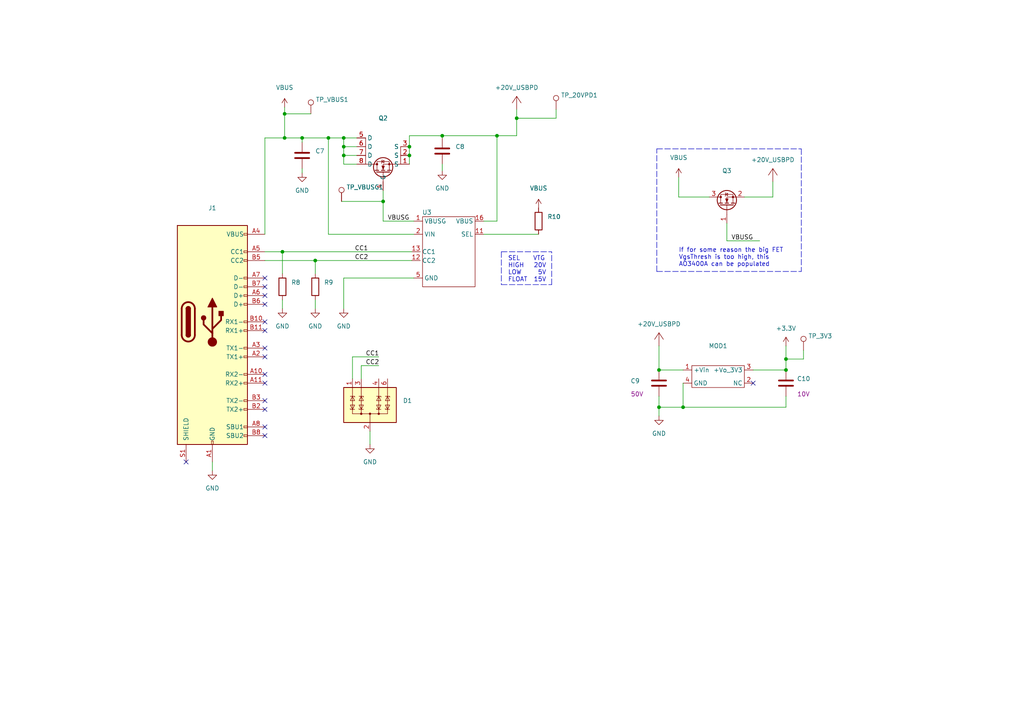
<source format=kicad_sch>
(kicad_sch (version 20211123) (generator eeschema)
  (paper "A4")
  (lib_symbols
    (symbol "Connector:TestPoint" (pin_numbers hide) (pin_names (offset 0.762) hide)
      (property "Reference" "TP" (at 0 6.858 0))
      (property "Value" "TestPoint" (at 0 5.08 0))
      (symbol "TestPoint_0_1"
        (circle (center 0 3.302) (radius 0.762))
      )
      (symbol "TestPoint_1_1"
        (pin passive line (at 0 0 90) (length 2.54) (name "1") (number "1"))
      )
    )
    (symbol "Connector:USB_C_Receptacle" (pin_names (offset 1.016))
      (property "Reference" "J" (at -10.16 29.21 0))
      (property "Value" "USB_C_Receptacle" (at 10.16 29.21 0))
      (symbol "USB_C_Receptacle_0_0"
        (rectangle (start -0.254 -35.56) (end 0.254 -34.544))
        (rectangle (start 10.16 -32.766) (end 9.144 -33.274))
        (rectangle (start 10.16 -30.226) (end 9.144 -30.734))
        (rectangle (start 10.16 -25.146) (end 9.144 -25.654))
        (rectangle (start 10.16 -22.606) (end 9.144 -23.114))
        (rectangle (start 10.16 -17.526) (end 9.144 -18.034))
        (rectangle (start 10.16 -14.986) (end 9.144 -15.494))
        (rectangle (start 10.16 -9.906) (end 9.144 -10.414))
        (rectangle (start 10.16 -7.366) (end 9.144 -7.874))
        (rectangle (start 10.16 -2.286) (end 9.144 -2.794))
        (rectangle (start 10.16 0.254) (end 9.144 -0.254))
        (rectangle (start 10.16 5.334) (end 9.144 4.826))
        (rectangle (start 10.16 7.874) (end 9.144 7.366))
        (rectangle (start 10.16 10.414) (end 9.144 9.906))
        (rectangle (start 10.16 12.954) (end 9.144 12.446))
        (rectangle (start 10.16 18.034) (end 9.144 17.526))
        (rectangle (start 10.16 20.574) (end 9.144 20.066))
        (rectangle (start 10.16 25.654) (end 9.144 25.146))
      )
      (symbol "USB_C_Receptacle_0_1"
        (rectangle (start -10.16 27.94) (end 10.16 -35.56) (stroke (width 0.254)) (fill (type background)))
        (arc (start -8.89 -3.81) (mid -6.985 -5.715) (end -5.08 -3.81) (stroke (width 0.508)))
        (arc (start -7.62 -3.81) (mid -6.985 -4.445) (end -6.35 -3.81) (stroke (width 0.254)))
        (arc (start -7.62 -3.81) (mid -6.985 -4.445) (end -6.35 -3.81) (stroke (width 0.254)) (fill (type outline)))
        (rectangle (start -7.62 -3.81) (end -6.35 3.81) (stroke (width 0.254)) (fill (type outline)))
        (arc (start -6.35 3.81) (mid -6.985 4.445) (end -7.62 3.81) (stroke (width 0.254)))
        (arc (start -6.35 3.81) (mid -6.985 4.445) (end -7.62 3.81) (stroke (width 0.254)) (fill (type outline)))
        (arc (start -5.08 3.81) (mid -6.985 5.715) (end -8.89 3.81) (stroke (width 0.508)))
        (polyline (pts (xy -8.89 -3.81) (xy -8.89 3.81)) (stroke (width 0.508)))
        (polyline (pts (xy -5.08 3.81) (xy -5.08 -3.81)) (stroke (width 0.508)))
      )
      (symbol "USB_C_Receptacle_1_1"
        (circle (center -2.54 1.143) (radius 0.635) (stroke (width 0.254)) (fill (type outline)))
        (circle (center 0 -5.842) (radius 1.27) (fill (type outline)))
        (polyline (pts (xy 0 -5.842) (xy 0 4.318)) (stroke (width 0.508)))
        (polyline (pts (xy 0 -3.302) (xy -2.54 -0.762) (xy -2.54 0.508)) (stroke (width 0.508)))
        (polyline (pts (xy 0 -2.032) (xy 2.54 0.508) (xy 2.54 1.778)) (stroke (width 0.508)))
        (polyline (pts (xy -1.27 4.318) (xy 0 6.858) (xy 1.27 4.318) (xy -1.27 4.318)) (stroke (width 0.254)) (fill (type outline)))
        (rectangle (start 1.905 1.778) (end 3.175 3.048) (stroke (width 0.254)) (fill (type outline)))
        (pin passive line (at 0 -40.64 90) (length 5.08) (name "GND") (number "A1"))
        (pin bidirectional line (at 15.24 -15.24 180) (length 5.08) (name "RX2-") (number "A10"))
        (pin bidirectional line (at 15.24 -17.78 180) (length 5.08) (name "RX2+") (number "A11"))
        (pin passive line (at 0 -40.64 90) (length 5.08) hide (name "GND") (number "A12"))
        (pin bidirectional line (at 15.24 -10.16 180) (length 5.08) (name "TX1+") (number "A2"))
        (pin bidirectional line (at 15.24 -7.62 180) (length 5.08) (name "TX1-") (number "A3"))
        (pin passive line (at 15.24 25.4 180) (length 5.08) (name "VBUS") (number "A4"))
        (pin bidirectional line (at 15.24 20.32 180) (length 5.08) (name "CC1") (number "A5"))
        (pin bidirectional line (at 15.24 7.62 180) (length 5.08) (name "D+") (number "A6"))
        (pin bidirectional line (at 15.24 12.7 180) (length 5.08) (name "D-") (number "A7"))
        (pin bidirectional line (at 15.24 -30.48 180) (length 5.08) (name "SBU1") (number "A8"))
        (pin passive line (at 15.24 25.4 180) (length 5.08) hide (name "VBUS") (number "A9"))
        (pin passive line (at 0 -40.64 90) (length 5.08) hide (name "GND") (number "B1"))
        (pin bidirectional line (at 15.24 0 180) (length 5.08) (name "RX1-") (number "B10"))
        (pin bidirectional line (at 15.24 -2.54 180) (length 5.08) (name "RX1+") (number "B11"))
        (pin passive line (at 0 -40.64 90) (length 5.08) hide (name "GND") (number "B12"))
        (pin bidirectional line (at 15.24 -25.4 180) (length 5.08) (name "TX2+") (number "B2"))
        (pin bidirectional line (at 15.24 -22.86 180) (length 5.08) (name "TX2-") (number "B3"))
        (pin passive line (at 15.24 25.4 180) (length 5.08) hide (name "VBUS") (number "B4"))
        (pin bidirectional line (at 15.24 17.78 180) (length 5.08) (name "CC2") (number "B5"))
        (pin bidirectional line (at 15.24 5.08 180) (length 5.08) (name "D+") (number "B6"))
        (pin bidirectional line (at 15.24 10.16 180) (length 5.08) (name "D-") (number "B7"))
        (pin bidirectional line (at 15.24 -33.02 180) (length 5.08) (name "SBU2") (number "B8"))
        (pin passive line (at 15.24 25.4 180) (length 5.08) hide (name "VBUS") (number "B9"))
        (pin passive line (at -7.62 -40.64 90) (length 5.08) (name "SHIELD") (number "S1"))
      )
    )
    (symbol "Device:C" (pin_numbers hide) (pin_names (offset 0.254))
      (property "Reference" "C" (at 0.635 2.54 0))
      (property "Value" "C" (at 0.635 -2.54 0))
      (symbol "C_0_1"
        (polyline (pts (xy -2.032 -0.762) (xy 2.032 -0.762)) (stroke (width 0.508)))
        (polyline (pts (xy -2.032 0.762) (xy 2.032 0.762)) (stroke (width 0.508)))
      )
      (symbol "C_1_1"
        (pin passive line (at 0 3.81 270) (length 2.794) (name "~") (number "1"))
        (pin passive line (at 0 -3.81 90) (length 2.794) (name "~") (number "2"))
      )
    )
    (symbol "Device:R" (pin_numbers hide) (pin_names (offset 0))
      (property "Reference" "R" (at 2.032 0 90))
      (property "Value" "R" (at 0 0 90))
      (symbol "R_0_1"
        (rectangle (start -1.016 -2.54) (end 1.016 2.54) (stroke (width 0.254)))
      )
      (symbol "R_1_1"
        (pin passive line (at 0 3.81 270) (length 1.27) (name "~") (number "1"))
        (pin passive line (at 0 -3.81 90) (length 1.27) (name "~") (number "2"))
      )
    )
    (symbol "GND_1" (power) (pin_names (offset 0))
      (property "Value" "GND_1" (at 0 -3.81 0))
      (symbol "GND_1_0_1"
        (polyline (pts (xy 0 0) (xy 0 -1.27) (xy 1.27 -1.27) (xy 0 -2.54) (xy -1.27 -1.27) (xy 0 -1.27)))
      )
      (symbol "GND_1_1_1"
        (pin power_in line (at 0 0 270) (length 0) hide (name "GND") (number "1"))
      )
    )
    (symbol "GND_2" (power) (pin_names (offset 0))
      (property "Value" "GND_2" (at 0 -3.81 0))
      (symbol "GND_2_0_1"
        (polyline (pts (xy 0 0) (xy 0 -1.27) (xy 1.27 -1.27) (xy 0 -2.54) (xy -1.27 -1.27) (xy 0 -1.27)))
      )
      (symbol "GND_2_1_1"
        (pin power_in line (at 0 0 270) (length 0) hide (name "GND") (number "1"))
      )
    )
    (symbol "GND_3" (power) (pin_names (offset 0))
      (property "Value" "GND_3" (at 0 -3.81 0))
      (symbol "GND_3_0_1"
        (polyline (pts (xy 0 0) (xy 0 -1.27) (xy 1.27 -1.27) (xy 0 -2.54) (xy -1.27 -1.27) (xy 0 -1.27)))
      )
      (symbol "GND_3_1_1"
        (pin power_in line (at 0 0 270) (length 0) hide (name "GND") (number "1"))
      )
    )
    (symbol "GND_4" (power) (pin_names (offset 0))
      (property "Value" "GND_4" (at 0 -3.81 0))
      (symbol "GND_4_0_1"
        (polyline (pts (xy 0 0) (xy 0 -1.27) (xy 1.27 -1.27) (xy 0 -2.54) (xy -1.27 -1.27) (xy 0 -1.27)))
      )
      (symbol "GND_4_1_1"
        (pin power_in line (at 0 0 270) (length 0) hide (name "GND") (number "1"))
      )
    )
    (symbol "GND_5" (power) (pin_names (offset 0))
      (property "Value" "GND_5" (at 0 -3.81 0))
      (symbol "GND_5_0_1"
        (polyline (pts (xy 0 0) (xy 0 -1.27) (xy 1.27 -1.27) (xy 0 -2.54) (xy -1.27 -1.27) (xy 0 -1.27)))
      )
      (symbol "GND_5_1_1"
        (pin power_in line (at 0 0 270) (length 0) hide (name "GND") (number "1"))
      )
    )
    (symbol "GND_6" (power) (pin_names (offset 0))
      (property "Value" "GND_6" (at 0 -3.81 0))
      (symbol "GND_6_0_1"
        (polyline (pts (xy 0 0) (xy 0 -1.27) (xy 1.27 -1.27) (xy 0 -2.54) (xy -1.27 -1.27) (xy 0 -1.27)))
      )
      (symbol "GND_6_1_1"
        (pin power_in line (at 0 0 270) (length 0) hide (name "GND") (number "1"))
      )
    )
    (symbol "GND_7" (power) (pin_names (offset 0))
      (property "Value" "GND_7" (at 0 -3.81 0))
      (symbol "GND_7_0_1"
        (polyline (pts (xy 0 0) (xy 0 -1.27) (xy 1.27 -1.27) (xy 0 -2.54) (xy -1.27 -1.27) (xy 0 -1.27)))
      )
      (symbol "GND_7_1_1"
        (pin power_in line (at 0 0 270) (length 0) hide (name "GND") (number "1"))
      )
    )
    (symbol "PDHV_sym:+20V_USBPD" (power) (in_bom no) (on_board no)
      (property "Value" "+20V_USBPD" (at 0 5.08 0))
      (symbol "+20V_USBPD_0_1"
        (polyline (pts (xy 0 0) (xy 0 3.81)))
        (polyline (pts (xy 0 3.81) (xy -1.27 1.905)))
        (polyline (pts (xy 0 3.81) (xy 1.27 1.905)))
      )
      (symbol "+20V_USBPD_1_1"
        (pin power_in line (at 0 0 90) (length 2.54) hide (name "+20V_USBPD") (number "1"))
      )
    )
    (symbol "PDHV_sym:AON7410"
      (property "Reference" "Q" (at -6.35 5.08 0))
      (property "Value" "AON7410" (at -6.35 7.62 0))
      (symbol "AON7410_0_0"
        (pin passive line (at -6.35 0 0) (length 2.54) (name "G") (number "4"))
        (pin passive line (at 8.89 7.62 270) (length 2.54) (name "D") (number "5"))
        (pin passive line (at 6.35 7.62 270) (length 2.54) (name "D") (number "6"))
        (pin passive line (at 3.81 7.62 270) (length 2.54) (name "D") (number "7"))
        (pin passive line (at 1.27 7.62 270) (length 2.54) (name "D") (number "8"))
      )
      (symbol "AON7410_0_1"
        (polyline (pts (xy -1.016 0) (xy -3.81 0)))
        (polyline (pts (xy -1.016 1.905) (xy -1.016 -1.905)) (stroke (width 0.254)))
        (polyline (pts (xy -0.508 -1.27) (xy -0.508 -2.286)) (stroke (width 0.254)))
        (polyline (pts (xy -0.508 0.508) (xy -0.508 -0.508)) (stroke (width 0.254)))
        (polyline (pts (xy -0.508 2.286) (xy -0.508 1.27)) (stroke (width 0.254)))
        (polyline (pts (xy 1.27 2.54) (xy 1.27 1.778)))
        (polyline (pts (xy 1.27 -2.54) (xy 1.27 0) (xy -0.508 0)))
        (polyline (pts (xy 6.35 -5.08) (xy 1.27 -5.08) (xy 1.27 -2.54)))
        (polyline (pts (xy 8.89 5.08) (xy 1.27 5.08) (xy 1.27 2.54)))
        (polyline (pts (xy -0.508 -1.778) (xy 2.032 -1.778) (xy 2.032 1.778) (xy -0.508 1.778)))
        (polyline (pts (xy -0.254 0) (xy 0.762 0.381) (xy 0.762 -0.381) (xy -0.254 0)) (fill (type outline)))
        (polyline (pts (xy 1.524 0.508) (xy 1.651 0.381) (xy 2.413 0.381) (xy 2.54 0.254)))
        (polyline (pts (xy 2.032 0.381) (xy 1.651 -0.254) (xy 2.413 -0.254) (xy 2.032 0.381)))
        (circle (center 0.381 0) (radius 2.794) (stroke (width 0.254)))
        (circle (center 1.27 -1.778) (radius 0.254) (fill (type outline)))
        (circle (center 1.27 1.778) (radius 0.254) (fill (type outline)))
      )
      (symbol "AON7410_1_1"
        (pin passive line (at 1.27 -7.62 90) (length 2.54) (name "S") (number "1"))
        (pin input line (at 3.81 -7.62 90) (length 2.54) (name "S") (number "2"))
        (pin passive line (at 6.35 -7.62 90) (length 2.54) (name "S") (number "3"))
      )
    )
    (symbol "PDHV_sym:IP2721"
      (property "Reference" "U" (at -7.62 2.54 0))
      (property "Value" "IP2721" (at 0 2.54 0))
      (symbol "IP2721_0_0"
        (pin unspecified line (at -11.43 0 0) (length 2.54) (name "VBUSG") (number "1"))
        (pin unspecified line (at 8.89 -3.81 180) (length 2.54) (name "SEL") (number "11"))
        (pin unspecified line (at -12.065 -11.43 0) (length 2.54) (name "CC2") (number "12"))
        (pin unspecified line (at -12.065 -8.89 0) (length 2.54) (name "CC1") (number "13"))
        (pin unspecified line (at 8.89 0 180) (length 2.54) (name "VBUS") (number "16"))
        (pin unspecified line (at -11.43 -3.81 0) (length 2.54) (name "VIN") (number "2"))
        (pin unspecified line (at -11.43 -16.51 0) (length 2.54) (name "GND") (number "5"))
      )
      (symbol "IP2721_0_1"
        (rectangle (start -8.89 1.27) (end 6.35 -19.05))
      )
    )
    (symbol "PDHV_sym:K7803JT-500R3-LB"
      (property "Reference" "MOD" (at -5.08 1.27 0))
      (property "Value" "K7803JT-500R3-LB" (at 0 3.81 0))
      (symbol "K7803JT-500R3-LB_0_0"
        (pin unspecified line (at -10.16 -1.27 0) (length 2.54) (name "+Vin") (number "1"))
        (pin unspecified line (at 10.16 -5.08 180) (length 2.54) (name "NC") (number "2"))
        (pin unspecified line (at 10.16 -1.27 180) (length 2.54) (name "+Vo_3V3") (number "3"))
        (pin unspecified line (at -10.16 -5.08 0) (length 2.54) (name "GND") (number "4"))
      )
      (symbol "K7803JT-500R3-LB_0_1"
        (rectangle (start -7.62 0) (end 7.62 -6.35))
      )
    )
    (symbol "Power_Protection:ESDA6V1BC6" (pin_names hide)
      (property "Reference" "D" (at -2.54 -6.35 0))
      (property "Value" "ESDA6V1BC6" (at 1.27 -6.35 0))
      (symbol "ESDA6V1BC6_0_0"
        (pin passive line (at 0 -7.62 90) (length 2.54) (name "COM") (number "2"))
      )
      (symbol "ESDA6V1BC6_0_1"
        (rectangle (start -7.62 5.08) (end 7.62 -5.08) (stroke (width 0.254)) (fill (type background)))
        (circle (center -2.54 -2.54) (radius 0.254) (fill (type outline)))
        (circle (center 0 -2.54) (radius 0.254) (fill (type outline)))
        (polyline (pts (xy -5.08 -2.54) (xy -5.08 -1.27)))
        (polyline (pts (xy -5.08 -2.54) (xy 5.08 -2.54)))
        (polyline (pts (xy -5.08 2.54) (xy -5.08 -1.27)))
        (polyline (pts (xy -5.08 5.08) (xy -5.08 2.54)))
        (polyline (pts (xy -2.54 -2.54) (xy -2.54 -1.27)))
        (polyline (pts (xy -2.54 2.54) (xy -2.54 -1.27)))
        (polyline (pts (xy -2.54 5.08) (xy -2.54 2.54)))
        (polyline (pts (xy 0 -2.54) (xy 0 -5.08)))
        (polyline (pts (xy 2.54 -2.54) (xy 2.54 -1.27)))
        (polyline (pts (xy 2.54 2.54) (xy 2.54 -1.27)))
        (polyline (pts (xy 2.54 5.08) (xy 2.54 2.54)))
        (polyline (pts (xy 5.08 -2.54) (xy 5.08 -1.27)))
        (polyline (pts (xy 5.08 2.54) (xy 5.08 -1.27)))
        (polyline (pts (xy 5.08 5.08) (xy 5.08 2.54)))
        (polyline (pts (xy -5.715 -1.016) (xy -5.715 -1.27) (xy -4.445 -1.27)))
        (polyline (pts (xy -5.715 2.54) (xy -4.445 2.54) (xy -4.445 2.286)))
        (polyline (pts (xy -3.175 -1.016) (xy -3.175 -1.27) (xy -1.905 -1.27)))
        (polyline (pts (xy -3.175 2.54) (xy -1.905 2.54) (xy -1.905 2.286)))
        (polyline (pts (xy 1.905 -1.016) (xy 1.905 -1.27) (xy 3.175 -1.27)))
        (polyline (pts (xy 1.905 2.54) (xy 3.175 2.54) (xy 3.175 2.286)))
        (polyline (pts (xy 4.445 -1.016) (xy 4.445 -1.27) (xy 5.715 -1.27)))
        (polyline (pts (xy 4.445 2.54) (xy 5.715 2.54) (xy 5.715 2.286)))
        (polyline (pts (xy -5.08 -1.27) (xy -5.715 0) (xy -4.445 0) (xy -5.08 -1.27)))
        (polyline (pts (xy -5.08 2.54) (xy -4.445 1.27) (xy -5.715 1.27) (xy -5.08 2.54)))
        (polyline (pts (xy -2.54 -1.27) (xy -3.175 0) (xy -1.905 0) (xy -2.54 -1.27)))
        (polyline (pts (xy -2.54 2.54) (xy -1.905 1.27) (xy -3.175 1.27) (xy -2.54 2.54)))
        (polyline (pts (xy 2.54 -1.27) (xy 1.905 0) (xy 3.175 0) (xy 2.54 -1.27)))
        (polyline (pts (xy 2.54 2.54) (xy 3.175 1.27) (xy 1.905 1.27) (xy 2.54 2.54)))
        (polyline (pts (xy 5.08 -1.27) (xy 4.445 0) (xy 5.715 0) (xy 5.08 -1.27)))
        (polyline (pts (xy 5.08 2.54) (xy 5.715 1.27) (xy 4.445 1.27) (xy 5.08 2.54)))
        (circle (center 2.54 -2.54) (radius 0.254) (fill (type outline)))
      )
      (symbol "ESDA6V1BC6_1_1"
        (pin passive line (at -5.08 7.62 270) (length 2.54) (name "TVS1") (number "1"))
        (pin passive line (at -2.54 7.62 270) (length 2.54) (name "TVS2") (number "3"))
        (pin passive line (at 2.54 7.62 270) (length 2.54) (name "TVS3") (number "4"))
        (pin passive line (at 0 -7.62 90) (length 2.54) hide (name "COM") (number "5"))
        (pin passive line (at 5.08 7.62 270) (length 2.54) (name "TVS4") (number "6"))
      )
    )
    (symbol "Transistor_FET:AO3400A" (pin_names hide)
      (property "Reference" "Q" (at 5.08 1.905 0))
      (property "Value" "AO3400A" (at 5.08 0 0))
      (symbol "AO3400A_0_1"
        (polyline (pts (xy 0.254 0) (xy -2.54 0)))
        (polyline (pts (xy 0.254 1.905) (xy 0.254 -1.905)) (stroke (width 0.254)))
        (polyline (pts (xy 0.762 -1.27) (xy 0.762 -2.286)) (stroke (width 0.254)))
        (polyline (pts (xy 0.762 0.508) (xy 0.762 -0.508)) (stroke (width 0.254)))
        (polyline (pts (xy 0.762 2.286) (xy 0.762 1.27)) (stroke (width 0.254)))
        (polyline (pts (xy 2.54 2.54) (xy 2.54 1.778)))
        (polyline (pts (xy 2.54 -2.54) (xy 2.54 0) (xy 0.762 0)))
        (polyline (pts (xy 0.762 -1.778) (xy 3.302 -1.778) (xy 3.302 1.778) (xy 0.762 1.778)))
        (polyline (pts (xy 1.016 0) (xy 2.032 0.381) (xy 2.032 -0.381) (xy 1.016 0)) (fill (type outline)))
        (polyline (pts (xy 2.794 0.508) (xy 2.921 0.381) (xy 3.683 0.381) (xy 3.81 0.254)))
        (polyline (pts (xy 3.302 0.381) (xy 2.921 -0.254) (xy 3.683 -0.254) (xy 3.302 0.381)))
        (circle (center 1.651 0) (radius 2.794) (stroke (width 0.254)))
        (circle (center 2.54 -1.778) (radius 0.254) (fill (type outline)))
        (circle (center 2.54 1.778) (radius 0.254) (fill (type outline)))
      )
      (symbol "AO3400A_1_1"
        (pin input line (at -5.08 0 0) (length 2.54) (name "G") (number "1"))
        (pin passive line (at 2.54 -5.08 90) (length 2.54) (name "S") (number "2"))
        (pin passive line (at 2.54 5.08 270) (length 2.54) (name "D") (number "3"))
      )
    )
    (symbol "VBUS_1" (power) (pin_names (offset 0))
      (property "Value" "VBUS_1" (at 0 3.81 0))
      (symbol "VBUS_1_0_1"
        (polyline (pts (xy -0.762 1.27) (xy 0 2.54)))
        (polyline (pts (xy 0 0) (xy 0 2.54)))
        (polyline (pts (xy 0 2.54) (xy 0.762 1.27)))
      )
      (symbol "VBUS_1_1_1"
        (pin power_in line (at 0 0 90) (length 0) hide (name "VBUS") (number "1"))
      )
    )
    (symbol "VBUS_2" (power) (pin_names (offset 0))
      (property "Value" "VBUS_2" (at 0 3.81 0))
      (symbol "VBUS_2_0_1"
        (polyline (pts (xy -0.762 1.27) (xy 0 2.54)))
        (polyline (pts (xy 0 0) (xy 0 2.54)))
        (polyline (pts (xy 0 2.54) (xy 0.762 1.27)))
      )
      (symbol "VBUS_2_1_1"
        (pin power_in line (at 0 0 90) (length 0) hide (name "VBUS") (number "1"))
      )
    )
    (symbol "power:+3.3V" (power) (pin_names (offset 0))
      (property "Value" "+3.3V" (at 0 3.556 0))
      (symbol "+3.3V_0_1"
        (polyline (pts (xy -0.762 1.27) (xy 0 2.54)))
        (polyline (pts (xy 0 0) (xy 0 2.54)))
        (polyline (pts (xy 0 2.54) (xy 0.762 1.27)))
      )
      (symbol "+3.3V_1_1"
        (pin power_in line (at 0 0 90) (length 0) hide (name "+3.3V") (number "1"))
      )
    )
    (symbol "power:GND" (power) (pin_names (offset 0))
      (property "Value" "GND" (at 0 -3.81 0))
      (symbol "GND_0_1"
        (polyline (pts (xy 0 0) (xy 0 -1.27) (xy 1.27 -1.27) (xy 0 -2.54) (xy -1.27 -1.27) (xy 0 -1.27)))
      )
      (symbol "GND_1_1"
        (pin power_in line (at 0 0 270) (length 0) hide (name "GND") (number "1"))
      )
    )
    (symbol "power:VBUS" (power) (pin_names (offset 0))
      (property "Value" "VBUS" (at 0 3.81 0))
      (symbol "VBUS_0_1"
        (polyline (pts (xy -0.762 1.27) (xy 0 2.54)))
        (polyline (pts (xy 0 0) (xy 0 2.54)))
        (polyline (pts (xy 0 2.54) (xy 0.762 1.27)))
      )
      (symbol "VBUS_1_1"
        (pin power_in line (at 0 0 90) (length 0) hide (name "VBUS") (number "1"))
      )
    )
  )
  (junction (at 99.695 40.005))
  (junction (at 227.965 107.315))
  (junction (at 81.915 73.025))
  (junction (at 99.695 45.085))
  (junction (at 227.965 104.14))
  (junction (at 82.55 40.005))
  (junction (at 191.135 118.11))
  (junction (at 99.695 42.545))
  (junction (at 149.86 34.29))
  (junction (at 87.63 40.005))
  (junction (at 91.44 75.565))
  (junction (at 118.745 45.085))
  (junction (at 82.55 33.02))
  (junction (at 111.125 58.42))
  (junction (at 191.135 107.315))
  (junction (at 95.25 40.005))
  (junction (at 198.12 118.11))
  (junction (at 144.145 39.37))
  (junction (at 128.27 39.37))
  (junction (at 118.745 42.545))
  (no_connect (at 76.835 88.265))
  (no_connect (at 76.835 83.185))
  (no_connect (at 76.835 95.885))
  (no_connect (at 76.835 80.645))
  (no_connect (at 76.835 85.725))
  (no_connect (at 76.835 118.745))
  (no_connect (at 76.835 93.345))
  (no_connect (at 76.835 126.365))
  (no_connect (at 76.835 123.825))
  (no_connect (at 53.975 133.985))
  (no_connect (at 76.835 100.965))
  (no_connect (at 76.835 103.505))
  (no_connect (at 76.835 108.585))
  (no_connect (at 76.835 111.125))
  (no_connect (at 76.835 116.205))
  (no_connect (at 218.44 111.125))
  (wire (pts (xy 95.25 40.005) (xy 95.25 67.945)))
  (polyline (pts (xy 190.5 78.74) (xy 190.5 43.18)))
  (wire (pts (xy 99.695 42.545) (xy 99.695 45.085)))
  (wire (pts (xy 111.125 55.245) (xy 111.125 58.42)))
  (wire (pts (xy 196.85 51.435) (xy 196.85 57.15)))
  (wire (pts (xy 107.315 125.095) (xy 107.315 128.905)))
  (wire (pts (xy 99.06 58.42) (xy 111.125 58.42)))
  (wire (pts (xy 227.965 100.33) (xy 227.965 104.14)))
  (wire (pts (xy 111.125 64.135) (xy 120.015 64.135)))
  (wire (pts (xy 144.145 39.37) (xy 149.86 39.37)))
  (wire (pts (xy 109.855 106.045) (xy 104.775 106.045)))
  (wire (pts (xy 161.29 31.75) (xy 161.29 34.29)))
  (wire (pts (xy 91.44 75.565) (xy 119.38 75.565)))
  (wire (pts (xy 99.695 47.625) (xy 103.505 47.625)))
  (wire (pts (xy 99.695 80.645) (xy 120.015 80.645)))
  (wire (pts (xy 82.55 40.005) (xy 87.63 40.005)))
  (wire (pts (xy 128.27 47.625) (xy 128.27 49.53)))
  (wire (pts (xy 144.145 64.135) (xy 144.145 39.37)))
  (wire (pts (xy 91.44 79.375) (xy 91.44 75.565)))
  (wire (pts (xy 128.27 39.37) (xy 144.145 39.37)))
  (wire (pts (xy 81.915 73.025) (xy 81.915 79.375)))
  (wire (pts (xy 227.965 107.315) (xy 218.44 107.315)))
  (wire (pts (xy 118.745 45.085) (xy 118.745 47.625)))
  (wire (pts (xy 111.125 58.42) (xy 111.125 64.135)))
  (polyline (pts (xy 190.5 43.18) (xy 232.41 43.18)))
  (wire (pts (xy 191.135 107.315) (xy 198.12 107.315)))
  (wire (pts (xy 102.235 103.505) (xy 102.235 109.855)))
  (wire (pts (xy 227.965 104.14) (xy 227.965 107.315)))
  (wire (pts (xy 76.835 67.945) (xy 76.835 40.005)))
  (wire (pts (xy 82.55 33.02) (xy 82.55 40.005)))
  (wire (pts (xy 149.86 34.29) (xy 149.86 39.37)))
  (wire (pts (xy 161.29 34.29) (xy 149.86 34.29)))
  (polyline (pts (xy 145.415 82.55) (xy 160.02 82.55)))
  (wire (pts (xy 99.695 40.005) (xy 103.505 40.005)))
  (wire (pts (xy 109.855 103.505) (xy 102.235 103.505)))
  (polyline (pts (xy 145.415 73.025) (xy 160.02 73.025)))
  (wire (pts (xy 118.745 39.37) (xy 128.27 39.37)))
  (wire (pts (xy 196.85 57.15) (xy 205.74 57.15)))
  (wire (pts (xy 99.695 45.085) (xy 103.505 45.085)))
  (wire (pts (xy 104.775 106.045) (xy 104.775 109.855)))
  (wire (pts (xy 95.25 67.945) (xy 120.015 67.945)))
  (wire (pts (xy 99.695 80.645) (xy 99.695 89.535)))
  (wire (pts (xy 149.86 31.75) (xy 149.86 34.29)))
  (wire (pts (xy 76.835 73.025) (xy 81.915 73.025)))
  (wire (pts (xy 90.17 33.02) (xy 82.55 33.02)))
  (wire (pts (xy 224.155 57.15) (xy 224.155 52.705)))
  (wire (pts (xy 191.135 100.33) (xy 191.135 107.315)))
  (wire (pts (xy 87.63 40.005) (xy 87.63 41.275)))
  (wire (pts (xy 81.915 73.025) (xy 119.38 73.025)))
  (wire (pts (xy 95.25 40.005) (xy 99.695 40.005)))
  (wire (pts (xy 81.915 89.535) (xy 81.915 86.995)))
  (polyline (pts (xy 190.5 78.74) (xy 232.41 78.74)))
  (polyline (pts (xy 232.41 43.18) (xy 232.41 78.74)))
  (wire (pts (xy 61.595 136.525) (xy 61.595 133.985)))
  (wire (pts (xy 233.045 104.14) (xy 227.965 104.14)))
  (wire (pts (xy 198.12 118.11) (xy 198.12 111.125)))
  (wire (pts (xy 210.82 64.77) (xy 210.82 69.85)))
  (wire (pts (xy 191.135 118.11) (xy 191.135 120.65)))
  (polyline (pts (xy 160.02 82.55) (xy 160.02 73.025)))
  (wire (pts (xy 191.135 118.11) (xy 198.12 118.11)))
  (wire (pts (xy 91.44 89.535) (xy 91.44 86.995)))
  (wire (pts (xy 227.965 114.935) (xy 227.965 118.11)))
  (wire (pts (xy 233.045 101.6) (xy 233.045 104.14)))
  (wire (pts (xy 128.27 40.005) (xy 128.27 39.37)))
  (wire (pts (xy 140.335 67.945) (xy 156.21 67.945)))
  (wire (pts (xy 99.695 40.005) (xy 99.695 42.545)))
  (wire (pts (xy 76.835 40.005) (xy 82.55 40.005)))
  (wire (pts (xy 87.63 40.005) (xy 95.25 40.005)))
  (wire (pts (xy 118.745 42.545) (xy 118.745 39.37)))
  (wire (pts (xy 118.745 42.545) (xy 118.745 45.085)))
  (wire (pts (xy 99.695 45.085) (xy 99.695 47.625)))
  (wire (pts (xy 87.63 48.895) (xy 87.63 50.165)))
  (wire (pts (xy 210.82 69.85) (xy 220.345 69.85)))
  (wire (pts (xy 215.9 57.15) (xy 224.155 57.15)))
  (wire (pts (xy 191.135 114.935) (xy 191.135 118.11)))
  (wire (pts (xy 99.695 42.545) (xy 103.505 42.545)))
  (wire (pts (xy 82.55 31.115) (xy 82.55 33.02)))
  (polyline (pts (xy 145.415 73.025) (xy 145.415 82.55)))
  (wire (pts (xy 140.335 64.135) (xy 144.145 64.135)))
  (wire (pts (xy 198.12 118.11) (xy 227.965 118.11)))
  (wire (pts (xy 76.835 75.565) (xy 91.44 75.565)))
  (text "SEL    VTG\nHIGH   20V\nLOW     5V\nFLOAT  15V" (at 147.32 81.915 0) (effects (font (size 1.27 1.27)) (justify left bottom)))
  (text "If for some reason the big FET\nVgsThresh is too high, this\nAO3400A can be populated" (at 196.85 77.47 0) (effects (font (size 1.27 1.27)) (justify left bottom)))
  (label "CC1" (at 106.045 103.505 0))
  (label "VBUSG" (at 112.395 64.135 0))
  (label "CC2" (at 106.045 106.045 0))
  (label "CC1" (at 102.87 73.025 0))
  (label "VBUSG" (at 212.09 69.85 0))
  (label "CC2" (at 102.87 75.565 0))
  (symbol (lib_id "power:+3.3V") (at 227.965 100.33 0) (unit 1)
    (property "Reference" "#PWR05" (effects hide))
    (property "Value" "+3.3V" (at 227.965 95.25 0))
  )
  (symbol (lib_id "power:VBUS") (at 156.21 60.325 0) (unit 1)
    (property "Reference" "#PWR0121" (effects hide))
    (property "Value" "VBUS" (at 156.21 54.61 0))
  )
  (symbol (lib_id "PDHV_sym:+20V_USBPD") (at 149.86 31.75 0) (unit 1) (in_bom no) (on_board no)
    (property "Reference" "#PWR0114" (effects hide))
    (property "Value" "+20V_USBPD" (at 149.86 25.4 0))
  )
  (symbol (lib_id "Power_Protection:ESDA6V1BC6") (at 107.315 117.475 0) (unit 1)
    (property "Reference" "D1" (at 116.84 116.2049 0) (effects (justify left)))
    (property "Datasheet" "http://www.st.com/content/ccc/resource/technical/document/datasheet/21/07/21/e3/a8/df/42/a2/CD00001906.pdf/files/CD00001906.pdf/jcr:content/translations/en.CD00001906.pdf" (effects hide))
    (property "MPN" "ESDA6V1BC6" (effects hide))
  )
  (symbol (lib_name "GND_4") (lib_id "power:GND") (at 99.695 89.535 0) (unit 1)
    (property "Reference" "#PWR0115" (effects hide))
    (property "Value" "GND" (at 99.695 94.615 0))
  )
  (symbol (lib_name "VBUS_2") (lib_id "power:VBUS") (at 196.85 51.435 0) (unit 1)
    (property "Reference" "#PWR03" (effects hide))
    (property "Value" "VBUS" (at 196.85 45.72 0))
  )
  (symbol (lib_id "Transistor_FET:AO3400A") (at 210.82 59.69 90) (unit 1)
    (property "Reference" "Q3" (at 210.82 49.53 90))
    (property "Datasheet" "http://www.aosmd.com/pdfs/datasheet/AO3400A.pdf" (effects hide))
    (property "MPN" "AO3400A" (effects hide))
  )
  (symbol (lib_name "GND_3") (lib_id "power:GND") (at 91.44 89.535 0) (unit 1)
    (property "Reference" "#PWR0118" (effects hide))
    (property "Value" "GND" (at 91.44 94.615 0))
  )
  (symbol (lib_id "PDHV_sym:IP2721") (at 131.445 64.135 0) (unit 1)
    (property "Reference" "U3" (at 123.825 61.595 0))
    (property "MPN" "IP2721" (effects hide))
  )
  (symbol (lib_id "Device:C") (at 191.135 111.125 0) (unit 1)
    (property "Reference" "C9" (at 182.88 110.49 0) (effects (justify left)))
    (property "Voltage" "50V" (at 184.785 114.3 0))
    (property "MPN" "GRM21BR61H106KE43L" (effects hide))
  )
  (symbol (lib_id "Device:R") (at 156.21 64.135 0) (unit 1)
    (property "Reference" "R10" (at 158.75 62.8649 0) (effects (justify left)))
    (property "Digikey PN" "RMCF0603JG100KCT-ND" (effects hide))
    (property "MPN" "RMCF0603JG100K" (effects hide))
  )
  (symbol (lib_id "PDHV_sym:AON7410") (at 111.125 48.895 90) (unit 1)
    (property "Reference" "Q2" (at 111.125 34.29 90))
    (property "MPN" "AON7410" (effects hide))
  )
  (symbol (lib_name "GND_6") (lib_id "power:GND") (at 61.595 136.525 0) (unit 1)
    (property "Reference" "#PWR0119" (effects hide))
    (property "Value" "GND" (at 61.595 141.605 0))
  )
  (symbol (lib_id "Connector:USB_C_Receptacle") (at 61.595 93.345 0) (unit 1)
    (property "Reference" "J1" (at 61.595 60.325 0))
    (property "Datasheet" "https://www.usb.org/sites/default/files/documents/usb_type-c.zip" (effects hide))
    (property "MPN" "DX07S016JA1R1500" (effects hide))
  )
  (symbol (lib_name "GND_1") (lib_id "power:GND") (at 87.63 50.165 0) (unit 1)
    (property "Reference" "#PWR0116" (effects hide))
    (property "Value" "GND" (at 87.63 55.245 0))
  )
  (symbol (lib_id "PDHV_sym:+20V_USBPD") (at 191.135 100.33 0) (unit 1) (in_bom no) (on_board no)
    (property "Reference" "#PWR01" (effects hide))
    (property "Value" "+20V_USBPD" (at 191.135 93.98 0))
  )
  (symbol (lib_name "VBUS_1") (lib_id "power:VBUS") (at 82.55 31.115 0) (unit 1)
    (property "Reference" "#PWR0117" (effects hide))
    (property "Value" "VBUS" (at 82.55 25.4 0))
  )
  (symbol (lib_id "power:GND") (at 128.27 49.53 0) (unit 1)
    (property "Reference" "#PWR0120" (effects hide))
    (property "Value" "GND" (at 128.27 54.61 0))
  )
  (symbol (lib_id "Device:C") (at 128.27 43.815 0) (unit 1)
    (property "Reference" "C8" (at 132.08 42.5449 0) (effects (justify left)))
    (property "Voltage" "50V" (effects hide))
    (property "MPN" "GRM21BR61H106KE43L" (effects hide))
  )
  (symbol (lib_id "PDHV_sym:K7803JT-500R3-LB") (at 208.28 106.045 0) (unit 1)
    (property "Reference" "MOD1" (at 208.28 100.33 0))
    (property "MPN" "K7803JT-500R3-LB" (effects hide))
  )
  (symbol (lib_id "Connector:TestPoint") (at 90.17 33.02 0) (unit 1)
    (property "Reference" "TP_VBUS1" (at 91.567 28.8833 0) (effects (justify left)))
  )
  (symbol (lib_id "Device:C") (at 227.965 111.125 0) (unit 1)
    (property "Reference" "C10" (at 231.14 109.8549 0) (effects (justify left)))
    (property "Voltage" "10V" (at 233.045 114.3 0))
    (property "MPN" "CL10A226MP8NUNE" (effects hide))
  )
  (symbol (lib_id "Device:R") (at 91.44 83.185 0) (unit 1)
    (property "Reference" "R9" (at 93.98 81.9149 0) (effects (justify left)))
    (property "Digikey PN" "RMCF0603FT5K10CT-ND" (effects hide))
    (property "MPN" "RMCF0603FT5K10" (effects hide))
    (property "Tol" "1%" (effects hide))
  )
  (symbol (lib_name "GND_2") (lib_id "power:GND") (at 191.135 120.65 0) (unit 1)
    (property "Reference" "#PWR02" (effects hide))
    (property "Value" "GND" (at 191.135 125.73 0))
  )
  (symbol (lib_id "Connector:TestPoint") (at 99.06 58.42 0) (unit 1)
    (property "Reference" "TP_VBUSG1" (at 100.457 54.2833 0) (effects (justify left)))
  )
  (symbol (lib_id "Connector:TestPoint") (at 233.045 101.6 0) (unit 1)
    (property "Reference" "TP_3V3" (at 234.442 97.4633 0) (effects (justify left)))
  )
  (symbol (lib_id "PDHV_sym:+20V_USBPD") (at 224.155 52.705 0) (unit 1) (in_bom no) (on_board no)
    (property "Reference" "#PWR04" (effects hide))
    (property "Value" "+20V_USBPD" (at 224.155 46.355 0))
  )
  (symbol (lib_id "Device:R") (at 81.915 83.185 0) (unit 1)
    (property "Reference" "R8" (at 84.455 81.9149 0) (effects (justify left)))
    (property "Digikey PN" "RMCF0603FT5K10CT-ND" (effects hide))
    (property "MPN" "RMCF0603FT5K10" (effects hide))
    (property "Tol" "1%" (effects hide))
  )
  (symbol (lib_name "GND_7") (lib_id "power:GND") (at 107.315 128.905 0) (unit 1)
    (property "Reference" "#PWR0122" (effects hide))
    (property "Value" "GND" (at 107.315 133.985 0))
  )
  (symbol (lib_name "GND_5") (lib_id "power:GND") (at 81.915 89.535 0) (unit 1)
    (property "Reference" "#PWR0113" (effects hide))
    (property "Value" "GND" (at 81.915 94.615 0))
  )
  (symbol (lib_id "Connector:TestPoint") (at 161.29 31.75 0) (unit 1)
    (property "Reference" "TP_20VPD1" (at 162.687 27.6133 0) (effects (justify left)))
  )
  (symbol (lib_id "Device:C") (at 87.63 45.085 0) (unit 1)
    (property "Reference" "C7" (at 91.44 43.8149 0) (effects (justify left)))
    (property "Voltage" "25V" (effects hide))
    (property "MPN" "UMK107BJ105KA-T" (effects hide))
  )
)
</source>
